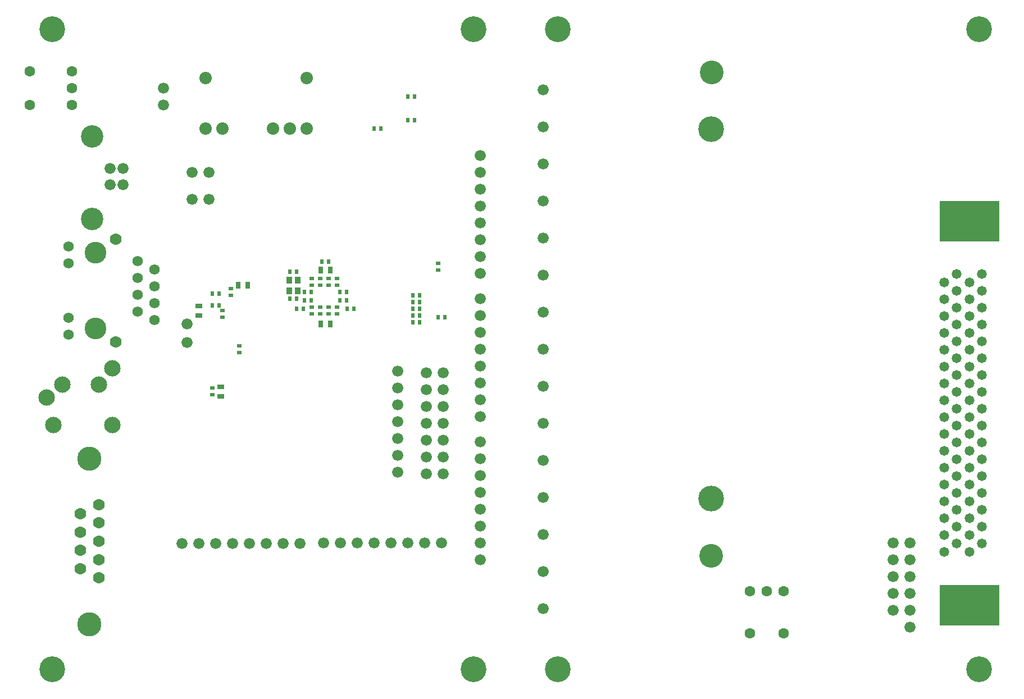
<source format=gbs>
G04 (created by PCBNEW-RS274X (2010-03-14)-final) date Mon 31 Jan 2011 05:12:30 PM EST*
G01*
G70*
G90*
%MOIN*%
G04 Gerber Fmt 3.4, Leading zero omitted, Abs format*
%FSLAX34Y34*%
G04 APERTURE LIST*
%ADD10C,0.001000*%
%ADD11R,0.026600X0.022700*%
%ADD12R,0.022700X0.026600*%
%ADD13R,0.038400X0.026600*%
%ADD14R,0.026600X0.038400*%
%ADD15C,0.066000*%
%ADD16C,0.152600*%
%ADD17C,0.140800*%
%ADD18C,0.153000*%
%ADD19R,0.034500X0.038400*%
%ADD20C,0.143000*%
%ADD21C,0.069900*%
%ADD22C,0.073900*%
%ADD23C,0.132900*%
%ADD24C,0.063000*%
%ADD25C,0.058000*%
%ADD26R,0.357300X0.239200*%
%ADD27C,0.129000*%
%ADD28C,0.062100*%
%ADD29C,0.097500*%
G04 APERTURE END LIST*
G54D10*
G54D11*
X00500Y-15303D03*
X00500Y-15697D03*
X02100Y-13197D03*
X02100Y-12803D03*
G54D12*
X12103Y02000D03*
X12497Y02000D03*
X10497Y00100D03*
X10103Y00100D03*
G54D11*
X06900Y-09197D03*
X06900Y-08803D03*
G54D12*
X06347Y-09600D03*
X05953Y-09600D03*
X07003Y-07800D03*
X07397Y-07800D03*
G54D11*
X01600Y-09797D03*
X01600Y-09403D03*
X01100Y-10703D03*
X01100Y-11097D03*
G54D12*
X00897Y-09700D03*
X00503Y-09700D03*
X12797Y-09800D03*
X12403Y-09800D03*
X12403Y-11000D03*
X12797Y-11000D03*
X13903Y-11100D03*
X14297Y-11100D03*
X12797Y-11400D03*
X12403Y-11400D03*
G54D11*
X13900Y-08297D03*
X13900Y-07903D03*
G54D12*
X12797Y-10600D03*
X12403Y-10600D03*
X05497Y-10000D03*
X05103Y-10000D03*
X05497Y-08400D03*
X05103Y-08400D03*
X00897Y-10400D03*
X00503Y-10400D03*
G54D11*
X07400Y-09197D03*
X07400Y-08803D03*
X07900Y-09197D03*
X07900Y-08803D03*
X06400Y-09197D03*
X06400Y-08803D03*
X07900Y-10503D03*
X07900Y-10897D03*
G54D12*
X08897Y-10600D03*
X08503Y-10600D03*
X05503Y-10600D03*
X05897Y-10600D03*
G54D11*
X07400Y-10503D03*
X07400Y-10897D03*
X06900Y-10503D03*
X06900Y-10897D03*
X06400Y-10503D03*
X06400Y-10897D03*
G54D12*
X08053Y-10100D03*
X08447Y-10100D03*
X06347Y-10100D03*
X05953Y-10100D03*
X12403Y-10200D03*
X12797Y-10200D03*
X08053Y-09600D03*
X08447Y-09600D03*
G54D13*
X01000Y-15795D03*
X01000Y-15205D03*
G54D14*
X07495Y-08300D03*
X06905Y-08300D03*
X02005Y-09200D03*
X02595Y-09200D03*
G54D13*
X-00300Y-10405D03*
X-00300Y-10995D03*
G54D14*
X06905Y-11500D03*
X07495Y-11500D03*
G54D15*
X41900Y-24500D03*
X41900Y-25500D03*
X41900Y-26500D03*
X41900Y-27500D03*
X41900Y-28500D03*
X41900Y-29500D03*
X40900Y-24500D03*
X40900Y-25500D03*
X40900Y-26500D03*
X40900Y-27500D03*
X40900Y-28500D03*
G54D16*
X30100Y00068D03*
G54D17*
X30108Y03454D03*
G54D16*
X30100Y-21845D03*
G54D17*
X30084Y-25254D03*
G54D18*
X16000Y-32000D03*
X-09000Y06000D03*
X16000Y06000D03*
X-09000Y-32000D03*
G54D15*
X-02400Y02500D03*
X-02400Y01500D03*
X-00700Y-04100D03*
X00300Y-04100D03*
X-00700Y-02500D03*
X00300Y-02500D03*
X11500Y-14300D03*
X11500Y-15300D03*
X11500Y-16300D03*
X11500Y-17300D03*
X11500Y-18300D03*
X11500Y-19300D03*
X11500Y-20300D03*
X14200Y-20400D03*
X13200Y-20400D03*
X14200Y-19400D03*
X13200Y-19400D03*
X14200Y-18400D03*
X13200Y-18400D03*
X14200Y-17400D03*
X13200Y-17400D03*
X14200Y-16400D03*
X13200Y-16400D03*
X14200Y-15400D03*
X13200Y-15400D03*
X14200Y-14400D03*
X13200Y-14400D03*
X16400Y-01500D03*
X16400Y-02500D03*
X16400Y-04500D03*
X16400Y-05500D03*
X16400Y-06500D03*
X16400Y-07500D03*
X16400Y-08500D03*
X16400Y-03500D03*
X16400Y-10000D03*
X16400Y-11000D03*
X16400Y-13000D03*
X16400Y-14000D03*
X16400Y-15000D03*
X16400Y-16000D03*
X16400Y-17000D03*
X16400Y-12000D03*
X16400Y-18500D03*
X16400Y-19500D03*
X16400Y-21500D03*
X16400Y-22500D03*
X16400Y-23500D03*
X16400Y-24500D03*
X16400Y-25500D03*
X16400Y-20500D03*
G54D19*
X05054Y-09525D03*
X05054Y-08875D03*
X05546Y-08875D03*
X05546Y-09525D03*
G54D20*
X-06800Y-19480D03*
G54D21*
X-06241Y-22206D03*
X-06241Y-23297D03*
X-06241Y-24387D03*
X-06241Y-25478D03*
X-06241Y-26569D03*
X-07359Y-22752D03*
X-07359Y-23842D03*
X-07359Y-24933D03*
X-07359Y-26023D03*
G54D20*
X-06800Y-29319D03*
G54D22*
X00100Y00100D03*
X01100Y00100D03*
X04100Y00100D03*
X05100Y00100D03*
X06100Y00100D03*
X06100Y03100D03*
X00100Y03100D03*
G54D23*
X-06660Y-00359D03*
X-06660Y-05241D03*
G54D15*
X-05593Y-02237D03*
X-04806Y-02237D03*
X-04806Y-03221D03*
X-05593Y-03221D03*
G54D24*
X34400Y-27350D03*
X33400Y-27350D03*
X32400Y-27350D03*
X32400Y-29850D03*
X34400Y-29850D03*
X-07850Y01500D03*
X-07850Y02500D03*
X-07850Y03500D03*
X-10350Y03500D03*
X-10350Y01500D03*
G54D25*
X43919Y-25035D03*
X44669Y-24535D03*
X43919Y-24035D03*
X44669Y-23535D03*
X43919Y-23035D03*
X44669Y-22535D03*
X43919Y-22035D03*
X44669Y-21535D03*
X43919Y-21035D03*
X44669Y-20535D03*
X43919Y-20035D03*
X44669Y-19535D03*
X43919Y-19035D03*
X44669Y-18535D03*
X43919Y-18035D03*
X44669Y-17535D03*
X43919Y-17035D03*
X44669Y-16535D03*
X43919Y-16035D03*
X44669Y-15535D03*
X43919Y-15035D03*
X44669Y-14535D03*
X43919Y-14035D03*
X44669Y-13535D03*
X43919Y-13035D03*
X44669Y-12535D03*
X43919Y-12035D03*
X44669Y-11535D03*
X43919Y-11035D03*
X44669Y-10535D03*
X43919Y-10035D03*
X44669Y-09535D03*
X43919Y-09035D03*
X44669Y-08535D03*
X45419Y-25035D03*
X46169Y-24535D03*
X45419Y-24035D03*
X46169Y-23535D03*
X45419Y-23035D03*
X46169Y-22535D03*
X45419Y-22035D03*
X46169Y-21535D03*
X45419Y-21035D03*
X46169Y-20535D03*
X45419Y-20035D03*
X46169Y-19535D03*
X45419Y-19035D03*
X46169Y-18535D03*
X45419Y-18035D03*
X46169Y-17535D03*
X45419Y-17035D03*
X46169Y-16535D03*
X45419Y-16035D03*
X46169Y-15535D03*
X45419Y-15035D03*
X46169Y-14535D03*
X45419Y-14035D03*
X46169Y-13535D03*
X45419Y-13035D03*
X46169Y-12535D03*
X45419Y-12035D03*
X46169Y-11535D03*
X45419Y-11035D03*
X46169Y-10535D03*
X45419Y-10035D03*
X46169Y-09535D03*
X45419Y-09035D03*
X46169Y-08535D03*
G54D26*
X45419Y-28185D03*
X45419Y-05385D03*
G54D27*
X-06451Y-07251D03*
X-06451Y-11751D03*
G54D21*
X-05250Y-06448D03*
X-05250Y-12552D03*
G54D28*
X-08049Y-06891D03*
X-08049Y-12111D03*
X-08049Y-07891D03*
X-08049Y-11111D03*
X-03951Y-07751D03*
X-02951Y-08251D03*
X-03951Y-08751D03*
X-02951Y-09251D03*
X-03951Y-09751D03*
X-02951Y-10251D03*
X-03951Y-10751D03*
X-02951Y-11251D03*
G54D29*
X-09349Y-15859D03*
X-08404Y-15072D03*
X-06239Y-15072D03*
X-05451Y-14107D03*
X-05451Y-17493D03*
X-08955Y-17493D03*
G54D15*
X20117Y-26185D03*
X20117Y-21785D03*
X20117Y-23985D03*
X20117Y-15185D03*
X20117Y-17385D03*
X20117Y-19585D03*
X20117Y-12985D03*
X20117Y-06385D03*
X20117Y-04185D03*
X20117Y-08585D03*
X20117Y00215D03*
X20117Y-01985D03*
X20117Y-10785D03*
X20117Y02415D03*
X03690Y-24510D03*
X04690Y-24510D03*
X05690Y-24510D03*
X02690Y-24510D03*
X01690Y-24510D03*
X00690Y-24510D03*
X-00310Y-24510D03*
X-01310Y-24510D03*
X14083Y-24496D03*
X13083Y-24496D03*
X12083Y-24496D03*
X11083Y-24496D03*
X10083Y-24496D03*
X09083Y-24496D03*
X08083Y-24496D03*
X07083Y-24496D03*
X-01000Y-11500D03*
X-01000Y-12600D03*
X20117Y-28385D03*
G54D12*
X12103Y00600D03*
X12497Y00600D03*
G54D18*
X46000Y-32000D03*
X46000Y06000D03*
X21000Y-32000D03*
X21000Y06000D03*
M02*

</source>
